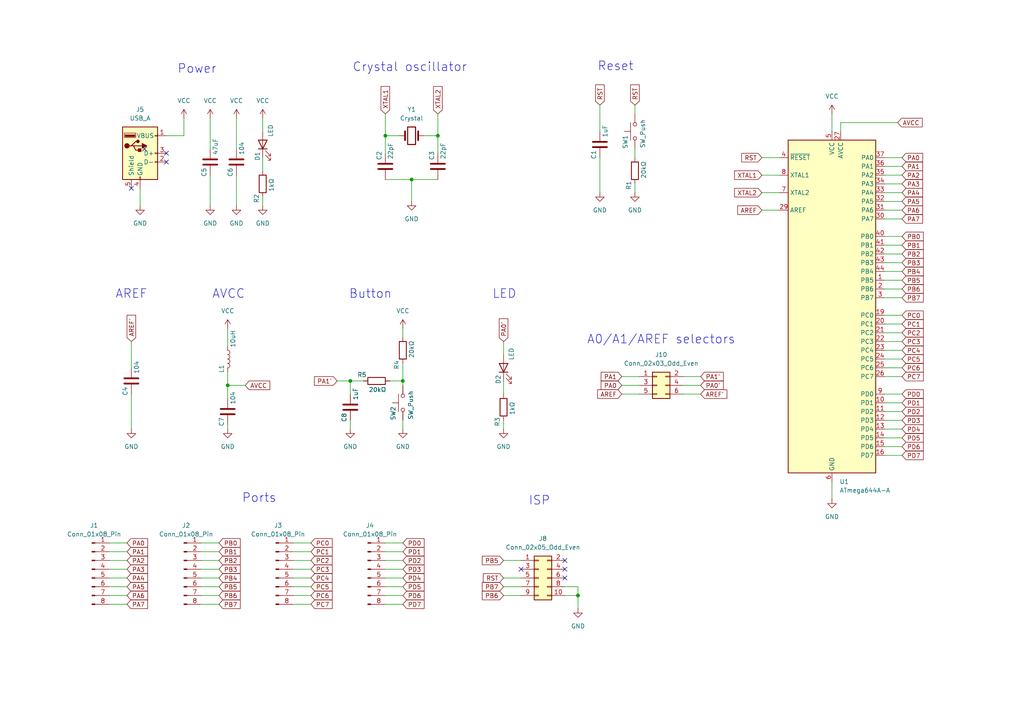
<source format=kicad_sch>
(kicad_sch (version 20231120) (generator "eeschema") (generator_version "8.0")
  (paper "A4")
  (lib_symbols
    (symbol "Connector:Conn_01x08_Pin" (pin_names (offset 1.016) hide)
      (property "Reference" "J" (at 0 10.16 0))
      (property "Value" "Conn_01x08_Pin" (at 0 -12.7 0))
      (symbol "Conn_01x08_Pin_1_1"
        (polyline (pts (xy 1.27 -10.16) (xy 0.8636 -10.16)) (stroke (width 0.1524)))
        (polyline (pts (xy 1.27 -7.62) (xy 0.8636 -7.62)) (stroke (width 0.1524)))
        (polyline (pts (xy 1.27 -5.08) (xy 0.8636 -5.08)) (stroke (width 0.1524)))
        (polyline (pts (xy 1.27 -2.54) (xy 0.8636 -2.54)) (stroke (width 0.1524)))
        (polyline (pts (xy 1.27 0) (xy 0.8636 0)) (stroke (width 0.1524)))
        (polyline (pts (xy 1.27 2.54) (xy 0.8636 2.54)) (stroke (width 0.1524)))
        (polyline (pts (xy 1.27 5.08) (xy 0.8636 5.08)) (stroke (width 0.1524)))
        (polyline (pts (xy 1.27 7.62) (xy 0.8636 7.62)) (stroke (width 0.1524)))
        (rectangle (start 0.8636 -10.033) (end 0 -10.287) (stroke (width 0.1524)) (fill (type outline)))
        (rectangle (start 0.8636 -7.493) (end 0 -7.747) (stroke (width 0.1524)) (fill (type outline)))
        (rectangle (start 0.8636 -4.953) (end 0 -5.207) (stroke (width 0.1524)) (fill (type outline)))
        (rectangle (start 0.8636 -2.413) (end 0 -2.667) (stroke (width 0.1524)) (fill (type outline)))
        (rectangle (start 0.8636 0.127) (end 0 -0.127) (stroke (width 0.1524)) (fill (type outline)))
        (rectangle (start 0.8636 2.667) (end 0 2.413) (stroke (width 0.1524)) (fill (type outline)))
        (rectangle (start 0.8636 5.207) (end 0 4.953) (stroke (width 0.1524)) (fill (type outline)))
        (rectangle (start 0.8636 7.747) (end 0 7.493) (stroke (width 0.1524)) (fill (type outline)))
        (pin passive line (at 5.08 7.62 180) (length 3.81) (name "Pin_1") (number "1"))
        (pin passive line (at 5.08 5.08 180) (length 3.81) (name "Pin_2") (number "2"))
        (pin passive line (at 5.08 2.54 180) (length 3.81) (name "Pin_3") (number "3"))
        (pin passive line (at 5.08 0 180) (length 3.81) (name "Pin_4") (number "4"))
        (pin passive line (at 5.08 -2.54 180) (length 3.81) (name "Pin_5") (number "5"))
        (pin passive line (at 5.08 -5.08 180) (length 3.81) (name "Pin_6") (number "6"))
        (pin passive line (at 5.08 -7.62 180) (length 3.81) (name "Pin_7") (number "7"))
        (pin passive line (at 5.08 -10.16 180) (length 3.81) (name "Pin_8") (number "8"))
      )
    )
    (symbol "Connector:USB_A" (pin_names (offset 1.016))
      (property "Reference" "J" (at -5.08 11.43 0))
      (property "Value" "USB_A" (at -5.08 8.89 0))
      (symbol "USB_A_0_1"
        (rectangle (start -5.08 -7.62) (end 5.08 7.62) (stroke (width 0.254)) (fill (type background)))
        (circle (center -3.81 2.159) (radius 0.635) (stroke (width 0.254)) (fill (type outline)))
        (rectangle (start -1.524 4.826) (end -4.318 5.334) (fill (type outline)))
        (rectangle (start -1.27 4.572) (end -4.572 5.842))
        (circle (center -0.635 3.429) (radius 0.381) (stroke (width 0.254)) (fill (type outline)))
        (rectangle (start -0.127 -7.62) (end 0.127 -6.858))
        (polyline (pts (xy -3.175 2.159) (xy -2.54 2.159) (xy -1.27 3.429) (xy -0.635 3.429)) (stroke (width 0.254)))
        (polyline (pts (xy -2.54 2.159) (xy -1.905 2.159) (xy -1.27 0.889) (xy 0 0.889)) (stroke (width 0.254)))
        (polyline (pts (xy 0.635 2.794) (xy 0.635 1.524) (xy 1.905 2.159) (xy 0.635 2.794)) (stroke (width 0.254)) (fill (type outline)))
        (rectangle (start 0.254 1.27) (end -0.508 0.508) (stroke (width 0.254)) (fill (type outline)))
        (rectangle (start 5.08 -2.667) (end 4.318 -2.413))
        (rectangle (start 5.08 -0.127) (end 4.318 0.127))
        (rectangle (start 5.08 4.953) (end 4.318 5.207))
      )
      (symbol "USB_A_1_1"
        (polyline (pts (xy -1.905 2.159) (xy 0.635 2.159)) (stroke (width 0.254)))
        (pin power_in line (at 7.62 5.08 180) (length 2.54) (name "VBUS") (number "1"))
        (pin bidirectional line (at 7.62 -2.54 180) (length 2.54) (name "D-") (number "2"))
        (pin bidirectional line (at 7.62 0 180) (length 2.54) (name "D+") (number "3"))
        (pin power_in line (at 0 -10.16 90) (length 2.54) (name "GND") (number "4"))
        (pin passive line (at -2.54 -10.16 90) (length 2.54) (name "Shield") (number "5"))
      )
    )
    (symbol "Connector_Generic:Conn_02x03_Odd_Even" (pin_names (offset 1.016) hide)
      (property "Reference" "J" (at 1.27 5.08 0))
      (property "Value" "Conn_02x03_Odd_Even" (at 1.27 -5.08 0))
      (symbol "Conn_02x03_Odd_Even_1_1"
        (rectangle (start -1.27 -2.413) (end 0 -2.667) (stroke (width 0.1524)))
        (rectangle (start -1.27 0.127) (end 0 -0.127) (stroke (width 0.1524)))
        (rectangle (start -1.27 2.667) (end 0 2.413) (stroke (width 0.1524)))
        (rectangle (start -1.27 3.81) (end 3.81 -3.81) (stroke (width 0.254)) (fill (type background)))
        (rectangle (start 3.81 -2.413) (end 2.54 -2.667) (stroke (width 0.1524)))
        (rectangle (start 3.81 0.127) (end 2.54 -0.127) (stroke (width 0.1524)))
        (rectangle (start 3.81 2.667) (end 2.54 2.413) (stroke (width 0.1524)))
        (pin passive line (at -5.08 2.54 0) (length 3.81) (name "Pin_1") (number "1"))
        (pin passive line (at 7.62 2.54 180) (length 3.81) (name "Pin_2") (number "2"))
        (pin passive line (at -5.08 0 0) (length 3.81) (name "Pin_3") (number "3"))
        (pin passive line (at 7.62 0 180) (length 3.81) (name "Pin_4") (number "4"))
        (pin passive line (at -5.08 -2.54 0) (length 3.81) (name "Pin_5") (number "5"))
        (pin passive line (at 7.62 -2.54 180) (length 3.81) (name "Pin_6") (number "6"))
      )
    )
    (symbol "Connector_Generic:Conn_02x05_Odd_Even" (pin_names (offset 1.016) hide)
      (property "Reference" "J" (at 1.27 7.62 0))
      (property "Value" "Conn_02x05_Odd_Even" (at 1.27 -7.62 0))
      (symbol "Conn_02x05_Odd_Even_1_1"
        (rectangle (start -1.27 -4.953) (end 0 -5.207) (stroke (width 0.1524)))
        (rectangle (start -1.27 -2.413) (end 0 -2.667) (stroke (width 0.1524)))
        (rectangle (start -1.27 0.127) (end 0 -0.127) (stroke (width 0.1524)))
        (rectangle (start -1.27 2.667) (end 0 2.413) (stroke (width 0.1524)))
        (rectangle (start -1.27 5.207) (end 0 4.953) (stroke (width 0.1524)))
        (rectangle (start -1.27 6.35) (end 3.81 -6.35) (stroke (width 0.254)) (fill (type background)))
        (rectangle (start 3.81 -4.953) (end 2.54 -5.207) (stroke (width 0.1524)))
        (rectangle (start 3.81 -2.413) (end 2.54 -2.667) (stroke (width 0.1524)))
        (rectangle (start 3.81 0.127) (end 2.54 -0.127) (stroke (width 0.1524)))
        (rectangle (start 3.81 2.667) (end 2.54 2.413) (stroke (width 0.1524)))
        (rectangle (start 3.81 5.207) (end 2.54 4.953) (stroke (width 0.1524)))
        (pin passive line (at -5.08 5.08 0) (length 3.81) (name "Pin_1") (number "1"))
        (pin passive line (at 7.62 -5.08 180) (length 3.81) (name "Pin_10") (number "10"))
        (pin passive line (at 7.62 5.08 180) (length 3.81) (name "Pin_2") (number "2"))
        (pin passive line (at -5.08 2.54 0) (length 3.81) (name "Pin_3") (number "3"))
        (pin passive line (at 7.62 2.54 180) (length 3.81) (name "Pin_4") (number "4"))
        (pin passive line (at -5.08 0 0) (length 3.81) (name "Pin_5") (number "5"))
        (pin passive line (at 7.62 0 180) (length 3.81) (name "Pin_6") (number "6"))
        (pin passive line (at -5.08 -2.54 0) (length 3.81) (name "Pin_7") (number "7"))
        (pin passive line (at 7.62 -2.54 180) (length 3.81) (name "Pin_8") (number "8"))
        (pin passive line (at -5.08 -5.08 0) (length 3.81) (name "Pin_9") (number "9"))
      )
    )
    (symbol "Device:C" (pin_numbers hide) (pin_names (offset 0.254))
      (property "Reference" "C" (at 0.635 2.54 0))
      (property "Value" "C" (at 0.635 -2.54 0))
      (symbol "C_0_1"
        (polyline (pts (xy -2.032 -0.762) (xy 2.032 -0.762)) (stroke (width 0.508)))
        (polyline (pts (xy -2.032 0.762) (xy 2.032 0.762)) (stroke (width 0.508)))
      )
      (symbol "C_1_1"
        (pin passive line (at 0 3.81 270) (length 2.794) (name "~") (number "1"))
        (pin passive line (at 0 -3.81 90) (length 2.794) (name "~") (number "2"))
      )
    )
    (symbol "Device:Crystal" (pin_numbers hide) (pin_names (offset 1.016) hide)
      (property "Reference" "Y" (at 0 3.81 0))
      (property "Value" "Crystal" (at 0 -3.81 0))
      (symbol "Crystal_0_1"
        (rectangle (start -1.143 2.54) (end 1.143 -2.54) (stroke (width 0.3048)))
        (polyline (pts (xy -2.54 0) (xy -1.905 0)))
        (polyline (pts (xy -1.905 -1.27) (xy -1.905 1.27)) (stroke (width 0.508)))
        (polyline (pts (xy 1.905 -1.27) (xy 1.905 1.27)) (stroke (width 0.508)))
        (polyline (pts (xy 2.54 0) (xy 1.905 0)))
      )
      (symbol "Crystal_1_1"
        (pin passive line (at -3.81 0 0) (length 1.27) (name "1") (number "1"))
        (pin passive line (at 3.81 0 180) (length 1.27) (name "2") (number "2"))
      )
    )
    (symbol "Device:L" (pin_numbers hide) (pin_names (offset 1.016) hide)
      (property "Reference" "L" (at -1.27 0 90))
      (property "Value" "L" (at 1.905 0 90))
      (symbol "L_0_1"
        (arc (start 0 -2.54) (mid 0.6323 -1.905) (end 0 -1.27))
        (arc (start 0 -1.27) (mid 0.6323 -0.635) (end 0 0))
        (arc (start 0 0) (mid 0.6323 0.635) (end 0 1.27))
        (arc (start 0 1.27) (mid 0.6323 1.905) (end 0 2.54))
      )
      (symbol "L_1_1"
        (pin passive line (at 0 3.81 270) (length 1.27) (name "1") (number "1"))
        (pin passive line (at 0 -3.81 90) (length 1.27) (name "2") (number "2"))
      )
    )
    (symbol "Device:LED" (pin_numbers hide) (pin_names (offset 1.016) hide)
      (property "Reference" "D" (at 0 2.54 0))
      (property "Value" "LED" (at 0 -2.54 0))
      (symbol "LED_0_1"
        (polyline (pts (xy -1.27 -1.27) (xy -1.27 1.27)) (stroke (width 0.254)))
        (polyline (pts (xy -1.27 0) (xy 1.27 0)))
        (polyline (pts (xy 1.27 -1.27) (xy 1.27 1.27) (xy -1.27 0) (xy 1.27 -1.27)) (stroke (width 0.254)))
        (polyline (pts (xy -3.048 -0.762) (xy -4.572 -2.286) (xy -3.81 -2.286) (xy -4.572 -2.286) (xy -4.572 -1.524)))
        (polyline (pts (xy -1.778 -0.762) (xy -3.302 -2.286) (xy -2.54 -2.286) (xy -3.302 -2.286) (xy -3.302 -1.524)))
      )
      (symbol "LED_1_1"
        (pin passive line (at -3.81 0 0) (length 2.54) (name "K") (number "1"))
        (pin passive line (at 3.81 0 180) (length 2.54) (name "A") (number "2"))
      )
    )
    (symbol "Device:R" (pin_numbers hide) (pin_names (offset 0))
      (property "Reference" "R" (at 2.032 0 90))
      (property "Value" "R" (at 0 0 90))
      (symbol "R_0_1"
        (rectangle (start -1.016 -2.54) (end 1.016 2.54) (stroke (width 0.254)))
      )
      (symbol "R_1_1"
        (pin passive line (at 0 3.81 270) (length 1.27) (name "~") (number "1"))
        (pin passive line (at 0 -3.81 90) (length 1.27) (name "~") (number "2"))
      )
    )
    (symbol "MCU_Microchip_ATmega:ATmega644A-A"
      (property "Reference" "U" (at -12.7 49.53 0))
      (property "Value" "ATmega644A-A" (at 2.54 -49.53 0))
      (symbol "ATmega644A-A_0_1"
        (rectangle (start -12.7 -48.26) (end 12.7 48.26) (stroke (width 0.254)) (fill (type background)))
      )
      (symbol "ATmega644A-A_1_1"
        (pin bidirectional line (at 15.24 7.62 180) (length 2.54) (name "PB5") (number "1"))
        (pin bidirectional line (at 15.24 -27.94 180) (length 2.54) (name "PD1") (number "10"))
        (pin bidirectional line (at 15.24 -30.48 180) (length 2.54) (name "PD2") (number "11"))
        (pin bidirectional line (at 15.24 -33.02 180) (length 2.54) (name "PD3") (number "12"))
        (pin bidirectional line (at 15.24 -35.56 180) (length 2.54) (name "PD4") (number "13"))
        (pin bidirectional line (at 15.24 -38.1 180) (length 2.54) (name "PD5") (number "14"))
        (pin bidirectional line (at 15.24 -40.64 180) (length 2.54) (name "PD6") (number "15"))
        (pin bidirectional line (at 15.24 -43.18 180) (length 2.54) (name "PD7") (number "16"))
        (pin passive line (at 0 50.8 270) (length 2.54) hide (name "VCC") (number "17"))
        (pin passive line (at 0 -50.8 90) (length 2.54) hide (name "GND") (number "18"))
        (pin bidirectional line (at 15.24 -2.54 180) (length 2.54) (name "PC0") (number "19"))
        (pin bidirectional line (at 15.24 5.08 180) (length 2.54) (name "PB6") (number "2"))
        (pin bidirectional line (at 15.24 -5.08 180) (length 2.54) (name "PC1") (number "20"))
        (pin bidirectional line (at 15.24 -7.62 180) (length 2.54) (name "PC2") (number "21"))
        (pin bidirectional line (at 15.24 -10.16 180) (length 2.54) (name "PC3") (number "22"))
        (pin bidirectional line (at 15.24 -12.7 180) (length 2.54) (name "PC4") (number "23"))
        (pin bidirectional line (at 15.24 -15.24 180) (length 2.54) (name "PC5") (number "24"))
        (pin bidirectional line (at 15.24 -17.78 180) (length 2.54) (name "PC6") (number "25"))
        (pin bidirectional line (at 15.24 -20.32 180) (length 2.54) (name "PC7") (number "26"))
        (pin power_in line (at 2.54 50.8 270) (length 2.54) (name "AVCC") (number "27"))
        (pin passive line (at 0 -50.8 90) (length 2.54) hide (name "GND") (number "28"))
        (pin passive line (at -15.24 27.94 0) (length 2.54) (name "AREF") (number "29"))
        (pin bidirectional line (at 15.24 2.54 180) (length 2.54) (name "PB7") (number "3"))
        (pin bidirectional line (at 15.24 25.4 180) (length 2.54) (name "PA7") (number "30"))
        (pin bidirectional line (at 15.24 27.94 180) (length 2.54) (name "PA6") (number "31"))
        (pin bidirectional line (at 15.24 30.48 180) (length 2.54) (name "PA5") (number "32"))
        (pin bidirectional line (at 15.24 33.02 180) (length 2.54) (name "PA4") (number "33"))
        (pin bidirectional line (at 15.24 35.56 180) (length 2.54) (name "PA3") (number "34"))
        (pin bidirectional line (at 15.24 38.1 180) (length 2.54) (name "PA2") (number "35"))
        (pin bidirectional line (at 15.24 40.64 180) (length 2.54) (name "PA1") (number "36"))
        (pin bidirectional line (at 15.24 43.18 180) (length 2.54) (name "PA0") (number "37"))
        (pin passive line (at 0 50.8 270) (length 2.54) hide (name "VCC") (number "38"))
        (pin passive line (at 0 -50.8 90) (length 2.54) hide (name "GND") (number "39"))
        (pin input line (at -15.24 43.18 0) (length 2.54) (name "~{RESET}") (number "4"))
        (pin bidirectional line (at 15.24 20.32 180) (length 2.54) (name "PB0") (number "40"))
        (pin bidirectional line (at 15.24 17.78 180) (length 2.54) (name "PB1") (number "41"))
        (pin bidirectional line (at 15.24 15.24 180) (length 2.54) (name "PB2") (number "42"))
        (pin bidirectional line (at 15.24 12.7 180) (length 2.54) (name "PB3") (number "43"))
        (pin bidirectional line (at 15.24 10.16 180) (length 2.54) (name "PB4") (number "44"))
        (pin power_in line (at 0 50.8 270) (length 2.54) (name "VCC") (number "5"))
        (pin power_in line (at 0 -50.8 90) (length 2.54) (name "GND") (number "6"))
        (pin output line (at -15.24 33.02 0) (length 2.54) (name "XTAL2") (number "7"))
        (pin input line (at -15.24 38.1 0) (length 2.54) (name "XTAL1") (number "8"))
        (pin bidirectional line (at 15.24 -25.4 180) (length 2.54) (name "PD0") (number "9"))
      )
    )
    (symbol "Switch:SW_Push" (pin_numbers hide) (pin_names (offset 1.016) hide)
      (property "Reference" "SW" (at 1.27 2.54 0))
      (property "Value" "SW_Push" (at 0 -1.524 0))
      (symbol "SW_Push_0_1"
        (circle (center -2.032 0) (radius 0.508))
        (polyline (pts (xy 0 1.27) (xy 0 3.048)))
        (polyline (pts (xy 2.54 1.27) (xy -2.54 1.27)))
        (circle (center 2.032 0) (radius 0.508))
        (pin passive line (at -5.08 0 0) (length 2.54) (name "1") (number "1"))
        (pin passive line (at 5.08 0 180) (length 2.54) (name "2") (number "2"))
      )
    )
    (symbol "power:GND" (power) (pin_numbers hide) (pin_names (offset 0) hide)
      (property "Value" "GND" (at 0 -3.81 0))
      (symbol "GND_0_1"
        (polyline (pts (xy 0 0) (xy 0 -1.27) (xy 1.27 -1.27) (xy 0 -2.54) (xy -1.27 -1.27) (xy 0 -1.27)))
      )
      (symbol "GND_1_1"
        (pin power_in line (at 0 0 270) (length 0) (name "~") (number "1"))
      )
    )
    (symbol "power:VCC" (power) (pin_numbers hide) (pin_names (offset 0) hide)
      (property "Value" "VCC" (at 0 3.556 0))
      (symbol "VCC_0_1"
        (polyline (pts (xy -0.762 1.27) (xy 0 2.54)))
        (polyline (pts (xy 0 0) (xy 0 2.54)))
        (polyline (pts (xy 0 2.54) (xy 0.762 1.27)))
      )
      (symbol "VCC_1_1"
        (pin power_in line (at 0 0 90) (length 0) (name "~") (number "1"))
      )
    )
  )
  (junction (at 127 39.37))
  (junction (at 66.04 111.76))
  (junction (at 167.64 172.72))
  (junction (at 116.84 110.49))
  (junction (at 101.6 110.49))
  (junction (at 111.76 39.37))
  (junction (at 119.38 52.07))
  (no_connect (at 163.83 162.56))
  (no_connect (at 163.83 167.64))
  (no_connect (at 41.91 43.18))
  (no_connect (at 38.1 54.61))
  (no_connect (at 48.26 44.45))
  (no_connect (at 163.83 165.1))
  (no_connect (at 151.13 165.1))
  (no_connect (at 48.26 46.99))
  (wire (pts (xy 256.54 60.96) (xy 261.62 60.96)))
  (wire (pts (xy 167.64 172.72) (xy 167.64 176.53)))
  (wire (pts (xy 85.09 175.26) (xy 90.17 175.26)))
  (wire (pts (xy 256.54 127) (xy 261.62 127)))
  (wire (pts (xy 31.75 170.18) (xy 36.83 170.18)))
  (wire (pts (xy 85.09 157.48) (xy 90.17 157.48)))
  (wire (pts (xy 119.38 52.07) (xy 127 52.07)))
  (wire (pts (xy 66.04 111.76) (xy 66.04 115.57)))
  (wire (pts (xy 256.54 101.6) (xy 261.62 101.6)))
  (wire (pts (xy 116.84 105.41) (xy 116.84 110.49)))
  (wire (pts (xy 256.54 91.44) (xy 261.62 91.44)))
  (wire (pts (xy 85.09 170.18) (xy 90.17 170.18)))
  (wire (pts (xy 256.54 96.52) (xy 261.62 96.52)))
  (wire (pts (xy 256.54 99.06) (xy 261.62 99.06)))
  (wire (pts (xy 111.76 167.64) (xy 116.84 167.64)))
  (wire (pts (xy 256.54 86.36) (xy 261.62 86.36)))
  (wire (pts (xy 66.04 95.25) (xy 66.04 100.33)))
  (wire (pts (xy 111.76 162.56) (xy 116.84 162.56)))
  (wire (pts (xy 256.54 83.82) (xy 261.62 83.82)))
  (wire (pts (xy 256.54 109.22) (xy 261.62 109.22)))
  (wire (pts (xy 256.54 48.26) (xy 261.62 48.26)))
  (wire (pts (xy 198.12 114.3) (xy 203.2 114.3)))
  (wire (pts (xy 111.76 175.26) (xy 116.84 175.26)))
  (wire (pts (xy 256.54 71.12) (xy 261.62 71.12)))
  (wire (pts (xy 256.54 124.46) (xy 261.62 124.46)))
  (wire (pts (xy 256.54 132.08) (xy 261.62 132.08)))
  (wire (pts (xy 173.99 45.72) (xy 173.99 55.88)))
  (wire (pts (xy 256.54 53.34) (xy 261.62 53.34)))
  (wire (pts (xy 31.75 157.48) (xy 36.83 157.48)))
  (wire (pts (xy 101.6 121.92) (xy 101.6 124.46)))
  (wire (pts (xy 180.34 114.3) (xy 185.42 114.3)))
  (wire (pts (xy 116.84 110.49) (xy 116.84 111.76)))
  (wire (pts (xy 256.54 119.38) (xy 261.62 119.38)))
  (wire (pts (xy 58.42 165.1) (xy 63.5 165.1)))
  (wire (pts (xy 111.76 52.07) (xy 119.38 52.07)))
  (wire (pts (xy 146.05 121.92) (xy 146.05 124.46)))
  (wire (pts (xy 243.84 38.1) (xy 243.84 35.56)))
  (wire (pts (xy 111.76 39.37) (xy 111.76 44.45)))
  (wire (pts (xy 76.2 45.72) (xy 76.2 49.53)))
  (wire (pts (xy 66.04 107.95) (xy 66.04 111.76)))
  (wire (pts (xy 119.38 52.07) (xy 119.38 58.42)))
  (wire (pts (xy 256.54 73.66) (xy 261.62 73.66)))
  (wire (pts (xy 111.76 157.48) (xy 116.84 157.48)))
  (wire (pts (xy 31.75 165.1) (xy 36.83 165.1)))
  (wire (pts (xy 167.64 170.18) (xy 167.64 172.72)))
  (wire (pts (xy 256.54 106.68) (xy 261.62 106.68)))
  (wire (pts (xy 60.96 50.8) (xy 60.96 59.69)))
  (wire (pts (xy 97.79 110.49) (xy 101.6 110.49)))
  (wire (pts (xy 111.76 160.02) (xy 116.84 160.02)))
  (wire (pts (xy 256.54 63.5) (xy 261.62 63.5)))
  (wire (pts (xy 256.54 81.28) (xy 261.62 81.28)))
  (wire (pts (xy 127 39.37) (xy 127 44.45)))
  (wire (pts (xy 123.19 39.37) (xy 127 39.37)))
  (wire (pts (xy 256.54 76.2) (xy 261.62 76.2)))
  (wire (pts (xy 76.2 34.29) (xy 76.2 38.1)))
  (wire (pts (xy 85.09 172.72) (xy 90.17 172.72)))
  (wire (pts (xy 256.54 50.8) (xy 261.62 50.8)))
  (wire (pts (xy 198.12 109.22) (xy 203.2 109.22)))
  (wire (pts (xy 31.75 175.26) (xy 36.83 175.26)))
  (wire (pts (xy 111.76 33.02) (xy 111.76 39.37)))
  (wire (pts (xy 66.04 123.19) (xy 66.04 124.46)))
  (wire (pts (xy 198.12 111.76) (xy 203.2 111.76)))
  (wire (pts (xy 58.42 170.18) (xy 63.5 170.18)))
  (wire (pts (xy 256.54 116.84) (xy 261.62 116.84)))
  (wire (pts (xy 146.05 110.49) (xy 146.05 114.3)))
  (wire (pts (xy 256.54 121.92) (xy 261.62 121.92)))
  (wire (pts (xy 85.09 165.1) (xy 90.17 165.1)))
  (wire (pts (xy 116.84 95.25) (xy 116.84 97.79)))
  (wire (pts (xy 111.76 170.18) (xy 116.84 170.18)))
  (wire (pts (xy 68.58 50.8) (xy 68.58 59.69)))
  (wire (pts (xy 85.09 162.56) (xy 90.17 162.56)))
  (wire (pts (xy 38.1 114.3) (xy 38.1 124.46)))
  (wire (pts (xy 31.75 167.64) (xy 36.83 167.64)))
  (wire (pts (xy 180.34 111.76) (xy 185.42 111.76)))
  (wire (pts (xy 66.04 111.76) (xy 71.12 111.76)))
  (wire (pts (xy 111.76 172.72) (xy 116.84 172.72)))
  (wire (pts (xy 68.58 34.29) (xy 68.58 43.18)))
  (wire (pts (xy 256.54 129.54) (xy 261.62 129.54)))
  (wire (pts (xy 111.76 39.37) (xy 115.57 39.37)))
  (wire (pts (xy 76.2 57.15) (xy 76.2 59.69)))
  (wire (pts (xy 163.83 172.72) (xy 167.64 172.72)))
  (wire (pts (xy 101.6 110.49) (xy 101.6 114.3)))
  (wire (pts (xy 184.15 43.18) (xy 184.15 45.72)))
  (wire (pts (xy 146.05 167.64) (xy 151.13 167.64)))
  (wire (pts (xy 58.42 162.56) (xy 63.5 162.56)))
  (wire (pts (xy 184.15 30.48) (xy 184.15 33.02)))
  (wire (pts (xy 146.05 170.18) (xy 151.13 170.18)))
  (wire (pts (xy 111.76 165.1) (xy 116.84 165.1)))
  (wire (pts (xy 256.54 78.74) (xy 261.62 78.74)))
  (wire (pts (xy 241.3 139.7) (xy 241.3 144.78)))
  (wire (pts (xy 220.98 45.72) (xy 226.06 45.72)))
  (wire (pts (xy 173.99 30.48) (xy 173.99 38.1)))
  (wire (pts (xy 31.75 172.72) (xy 36.83 172.72)))
  (wire (pts (xy 180.34 109.22) (xy 185.42 109.22)))
  (wire (pts (xy 184.15 53.34) (xy 184.15 55.88)))
  (wire (pts (xy 146.05 99.06) (xy 146.05 102.87)))
  (wire (pts (xy 31.75 160.02) (xy 36.83 160.02)))
  (wire (pts (xy 241.3 33.02) (xy 241.3 38.1)))
  (wire (pts (xy 256.54 58.42) (xy 261.62 58.42)))
  (wire (pts (xy 220.98 55.88) (xy 226.06 55.88)))
  (wire (pts (xy 113.03 110.49) (xy 116.84 110.49)))
  (wire (pts (xy 31.75 162.56) (xy 36.83 162.56)))
  (wire (pts (xy 60.96 34.29) (xy 60.96 43.18)))
  (wire (pts (xy 85.09 167.64) (xy 90.17 167.64)))
  (wire (pts (xy 116.84 121.92) (xy 116.84 124.46)))
  (wire (pts (xy 256.54 55.88) (xy 261.62 55.88)))
  (wire (pts (xy 256.54 104.14) (xy 261.62 104.14)))
  (wire (pts (xy 58.42 167.64) (xy 63.5 167.64)))
  (wire (pts (xy 146.05 162.56) (xy 151.13 162.56)))
  (wire (pts (xy 101.6 110.49) (xy 105.41 110.49)))
  (wire (pts (xy 220.98 50.8) (xy 226.06 50.8)))
  (wire (pts (xy 256.54 93.98) (xy 261.62 93.98)))
  (wire (pts (xy 256.54 114.3) (xy 261.62 114.3)))
  (wire (pts (xy 58.42 160.02) (xy 63.5 160.02)))
  (wire (pts (xy 38.1 99.06) (xy 38.1 106.68)))
  (wire (pts (xy 85.09 160.02) (xy 90.17 160.02)))
  (wire (pts (xy 53.34 34.29) (xy 53.34 39.37)))
  (wire (pts (xy 256.54 45.72) (xy 261.62 45.72)))
  (wire (pts (xy 243.84 35.56) (xy 260.35 35.56)))
  (wire (pts (xy 53.34 39.37) (xy 48.26 39.37)))
  (wire (pts (xy 58.42 157.48) (xy 63.5 157.48)))
  (wire (pts (xy 40.64 54.61) (xy 40.64 59.69)))
  (wire (pts (xy 146.05 172.72) (xy 151.13 172.72)))
  (wire (pts (xy 58.42 175.26) (xy 63.5 175.26)))
  (wire (pts (xy 163.83 170.18) (xy 167.64 170.18)))
  (wire (pts (xy 58.42 172.72) (xy 63.5 172.72)))
  (wire (pts (xy 127 33.02) (xy 127 39.37)))
  (wire (pts (xy 256.54 68.58) (xy 261.62 68.58)))
  (wire (pts (xy 220.98 60.96) (xy 226.06 60.96)))
  (text "AREF" (at 38.1 85.344 0) (effects (font (size 2.54 2.54))))
  (text "Crystal oscillator" (at 118.872 19.558 0) (effects (font (size 2.54 2.54))))
  (text "ISP" (at 156.464 145.288 0) (effects (font (size 2.54 2.54))))
  (text "Button" (at 107.442 85.344 0) (effects (font (size 2.54 2.54))))
  (text "Power" (at 57.15 20.066 0) (effects (font (size 2.54 2.54))))
  (text "LED" (at 146.304 85.344 0) (effects (font (size 2.54 2.54))))
  (text "A0/A1/AREF selectors" (at 191.77 98.552 0) (effects (font (size 2.54 2.54))))
  (text "AVCC" (at 66.294 85.344 0) (effects (font (size 2.54 2.54))))
  (text "Reset" (at 178.562 19.304 0) (effects (font (size 2.54 2.54))))
  (text "Ports" (at 75.184 144.526 0) (effects (font (size 2.54 2.54))))
  (global_label "PD2" (shape input) (at 116.84 162.56 0) (property "Intersheetrefs" "${INTERSHEET_REFS}" (effects (hide yes))))
  (global_label "PB5" (shape input) (at 146.05 162.56 180) (property "Intersheetrefs" "${INTERSHEET_REFS}" (effects (hide yes))))
  (global_label "PD4" (shape input) (at 261.62 124.46 0) (property "Intersheetrefs" "${INTERSHEET_REFS}" (effects (hide yes))))
  (global_label "PA3" (shape input) (at 36.83 165.1 0) (property "Intersheetrefs" "${INTERSHEET_REFS}" (effects (hide yes))))
  (global_label "AREF" (shape input) (at 180.34 114.3 180) (property "Intersheetrefs" "${INTERSHEET_REFS}" (effects (hide yes))))
  (global_label "PD1" (shape input) (at 261.62 116.84 0) (property "Intersheetrefs" "${INTERSHEET_REFS}" (effects (hide yes))))
  (global_label "PC3" (shape input) (at 90.17 165.1 0) (property "Intersheetrefs" "${INTERSHEET_REFS}" (effects (hide yes))))
  (global_label "PB2" (shape input) (at 63.5 162.56 0) (property "Intersheetrefs" "${INTERSHEET_REFS}" (effects (hide yes))))
  (global_label "PD0" (shape input) (at 261.62 114.3 0) (property "Intersheetrefs" "${INTERSHEET_REFS}" (effects (hide yes))))
  (global_label "PA4" (shape input) (at 36.83 167.64 0) (property "Intersheetrefs" "${INTERSHEET_REFS}" (effects (hide yes))))
  (global_label "PB7" (shape input) (at 63.5 175.26 0) (property "Intersheetrefs" "${INTERSHEET_REFS}" (effects (hide yes))))
  (global_label "PC7" (shape input) (at 90.17 175.26 0) (property "Intersheetrefs" "${INTERSHEET_REFS}" (effects (hide yes))))
  (global_label "PC6" (shape input) (at 90.17 172.72 0) (property "Intersheetrefs" "${INTERSHEET_REFS}" (effects (hide yes))))
  (global_label "PB3" (shape input) (at 261.62 76.2 0) (property "Intersheetrefs" "${INTERSHEET_REFS}" (effects (hide yes))))
  (global_label "AREF" (shape input) (at 220.98 60.96 180) (property "Intersheetrefs" "${INTERSHEET_REFS}" (effects (hide yes))))
  (global_label "PB6" (shape input) (at 146.05 172.72 180) (property "Intersheetrefs" "${INTERSHEET_REFS}" (effects (hide yes))))
  (global_label "PD0" (shape input) (at 116.84 157.48 0) (property "Intersheetrefs" "${INTERSHEET_REFS}" (effects (hide yes))))
  (global_label "PD1" (shape input) (at 116.84 160.02 0) (property "Intersheetrefs" "${INTERSHEET_REFS}" (effects (hide yes))))
  (global_label "PB2" (shape input) (at 261.62 73.66 0) (property "Intersheetrefs" "${INTERSHEET_REFS}" (effects (hide yes))))
  (global_label "PA6" (shape input) (at 36.83 172.72 0) (property "Intersheetrefs" "${INTERSHEET_REFS}" (effects (hide yes))))
  (global_label "PC2" (shape input) (at 261.62 96.52 0) (property "Intersheetrefs" "${INTERSHEET_REFS}" (effects (hide yes))))
  (global_label "PA5" (shape input) (at 36.83 170.18 0) (property "Intersheetrefs" "${INTERSHEET_REFS}" (effects (hide yes))))
  (global_label "RST" (shape input) (at 146.05 167.64 180) (property "Intersheetrefs" "${INTERSHEET_REFS}" (effects (hide yes))))
  (global_label "PD3" (shape input) (at 116.84 165.1 0) (property "Intersheetrefs" "${INTERSHEET_REFS}" (effects (hide yes))))
  (global_label "RST" (shape input) (at 220.98 45.72 180) (property "Intersheetrefs" "${INTERSHEET_REFS}" (effects (hide yes))))
  (global_label "PD7" (shape input) (at 261.62 132.08 0) (property "Intersheetrefs" "${INTERSHEET_REFS}" (effects (hide yes))))
  (global_label "PB6" (shape input) (at 261.62 83.82 0) (property "Intersheetrefs" "${INTERSHEET_REFS}" (effects (hide yes))))
  (global_label "PA7" (shape input) (at 36.83 175.26 0) (property "Intersheetrefs" "${INTERSHEET_REFS}" (effects (hide yes))))
  (global_label "PB5" (shape input) (at 63.5 170.18 0) (property "Intersheetrefs" "${INTERSHEET_REFS}" (effects (hide yes))))
  (global_label "XTAL2" (shape input) (at 220.98 55.88 180) (property "Intersheetrefs" "${INTERSHEET_REFS}" (effects (hide yes))))
  (global_label "PC1" (shape input) (at 261.62 93.98 0) (property "Intersheetrefs" "${INTERSHEET_REFS}" (effects (hide yes))))
  (global_label "PC4" (shape input) (at 261.62 101.6 0) (property "Intersheetrefs" "${INTERSHEET_REFS}" (effects (hide yes))))
  (global_label "PB6" (shape input) (at 63.5 172.72 0) (property "Intersheetrefs" "${INTERSHEET_REFS}" (effects (hide yes))))
  (global_label "PC2" (shape input) (at 90.17 162.56 0) (property "Intersheetrefs" "${INTERSHEET_REFS}" (effects (hide yes))))
  (global_label "PB1" (shape input) (at 63.5 160.02 0) (property "Intersheetrefs" "${INTERSHEET_REFS}" (effects (hide yes))))
  (global_label "PD5" (shape input) (at 116.84 170.18 0) (property "Intersheetrefs" "${INTERSHEET_REFS}" (effects (hide yes))))
  (global_label "PC0" (shape input) (at 90.17 157.48 0) (property "Intersheetrefs" "${INTERSHEET_REFS}" (effects (hide yes))))
  (global_label "PB5" (shape input) (at 261.62 81.28 0) (property "Intersheetrefs" "${INTERSHEET_REFS}" (effects (hide yes))))
  (global_label "PD6" (shape input) (at 261.62 129.54 0) (property "Intersheetrefs" "${INTERSHEET_REFS}" (effects (hide yes))))
  (global_label "PA1" (shape input) (at 261.62 48.26 0) (property "Intersheetrefs" "${INTERSHEET_REFS}" (effects (hide yes))))
  (global_label "PC1" (shape input) (at 90.17 160.02 0) (property "Intersheetrefs" "${INTERSHEET_REFS}" (effects (hide yes))))
  (global_label "PA4" (shape input) (at 261.62 55.88 0) (property "Intersheetrefs" "${INTERSHEET_REFS}" (effects (hide yes))))
  (global_label "PA0" (shape input) (at 261.62 45.72 0) (property "Intersheetrefs" "${INTERSHEET_REFS}" (effects (hide yes))))
  (global_label "PA6" (shape input) (at 261.62 60.96 0) (property "Intersheetrefs" "${INTERSHEET_REFS}" (effects (hide yes))))
  (global_label "PA1'" (shape input) (at 203.2 109.22 0) (property "Intersheetrefs" "${INTERSHEET_REFS}" (effects (hide yes))))
  (global_label "RST" (shape input) (at 184.15 30.48 90) (property "Intersheetrefs" "${INTERSHEET_REFS}" (effects (hide yes))))
  (global_label "PA0" (shape input) (at 36.83 157.48 0) (property "Intersheetrefs" "${INTERSHEET_REFS}" (effects (hide yes))))
  (global_label "PB7" (shape input) (at 146.05 170.18 180) (property "Intersheetrefs" "${INTERSHEET_REFS}" (effects (hide yes))))
  (global_label "PC6" (shape input) (at 261.62 106.68 0) (property "Intersheetrefs" "${INTERSHEET_REFS}" (effects (hide yes))))
  (global_label "PD5" (shape input) (at 261.62 127 0) (property "Intersheetrefs" "${INTERSHEET_REFS}" (effects (hide yes))))
  (global_label "PB1" (shape input) (at 261.62 71.12 0) (property "Intersheetrefs" "${INTERSHEET_REFS}" (effects (hide yes))))
  (global_label "PD2" (shape input) (at 261.62 119.38 0) (property "Intersheetrefs" "${INTERSHEET_REFS}" (effects (hide yes))))
  (global_label "AREF'" (shape input) (at 203.2 114.3 0) (property "Intersheetrefs" "${INTERSHEET_REFS}" (effects (hide yes))))
  (global_label "AVCC" (shape input) (at 71.12 111.76 0) (property "Intersheetrefs" "${INTERSHEET_REFS}" (effects (hide yes))))
  (global_label "PC0" (shape input) (at 261.62 91.44 0) (property "Intersheetrefs" "${INTERSHEET_REFS}" (effects (hide yes))))
  (global_label "PA3" (shape input) (at 261.62 53.34 0) (property "Intersheetrefs" "${INTERSHEET_REFS}" (effects (hide yes))))
  (global_label "PB0" (shape input) (at 261.62 68.58 0) (property "Intersheetrefs" "${INTERSHEET_REFS}" (effects (hide yes))))
  (global_label "PD3" (shape input) (at 261.62 121.92 0) (property "Intersheetrefs" "${INTERSHEET_REFS}" (effects (hide yes))))
  (global_label "PA0'" (shape input) (at 203.2 111.76 0) (property "Intersheetrefs" "${INTERSHEET_REFS}" (effects (hide yes))))
  (global_label "PC5" (shape input) (at 90.17 170.18 0) (property "Intersheetrefs" "${INTERSHEET_REFS}" (effects (hide yes))))
  (global_label "AREF'" (shape input) (at 38.1 99.06 90) (property "Intersheetrefs" "${INTERSHEET_REFS}" (effects (hide yes))))
  (global_label "PA2" (shape input) (at 261.62 50.8 0) (property "Intersheetrefs" "${INTERSHEET_REFS}" (effects (hide yes))))
  (global_label "PB4" (shape input) (at 261.62 78.74 0) (property "Intersheetrefs" "${INTERSHEET_REFS}" (effects (hide yes))))
  (global_label "PC3" (shape input) (at 261.62 99.06 0) (property "Intersheetrefs" "${INTERSHEET_REFS}" (effects (hide yes))))
  (global_label "PB0" (shape input) (at 63.5 157.48 0) (property "Intersheetrefs" "${INTERSHEET_REFS}" (effects (hide yes))))
  (global_label "PC7" (shape input) (at 261.62 109.22 0) (property "Intersheetrefs" "${INTERSHEET_REFS}" (effects (hide yes))))
  (global_label "PA1" (shape input) (at 180.34 109.22 180) (property "Intersheetrefs" "${INTERSHEET_REFS}" (effects (hide yes))))
  (global_label "PA1" (shape input) (at 36.83 160.02 0) (property "Intersheetrefs" "${INTERSHEET_REFS}" (effects (hide yes))))
  (global_label "PA0" (shape input) (at 180.34 111.76 180) (property "Intersheetrefs" "${INTERSHEET_REFS}" (effects (hide yes))))
  (global_label "PC5" (shape input) (at 261.62 104.14 0) (property "Intersheetrefs" "${INTERSHEET_REFS}" (effects (hide yes))))
  (global_label "PB7" (shape input) (at 261.62 86.36 0) (property "Intersheetrefs" "${INTERSHEET_REFS}" (effects (hide yes))))
  (global_label "RST" (shape input) (at 173.99 30.48 90) (property "Intersheetrefs" "${INTERSHEET_REFS}" (effects (hide yes))))
  (global_label "PA1'" (shape input) (at 97.79 110.49 180) (property "Intersheetrefs" "${INTERSHEET_REFS}" (effects (hide yes))))
  (global_label "PD4" (shape input) (at 116.84 167.64 0) (property "Intersheetrefs" "${INTERSHEET_REFS}" (effects (hide yes))))
  (global_label "XTAL1" (shape input) (at 220.98 50.8 180) (property "Intersheetrefs" "${INTERSHEET_REFS}" (effects (hide yes))))
  (global_label "PC4" (shape input) (at 90.17 167.64 0) (property "Intersheetrefs" "${INTERSHEET_REFS}" (effects (hide yes))))
  (global_label "XTAL1" (shape input) (at 111.76 33.02 90) (property "Intersheetrefs" "${INTERSHEET_REFS}" (effects (hide yes))))
  (global_label "PA5" (shape input) (at 261.62 58.42 0) (property "Intersheetrefs" "${INTERSHEET_REFS}" (effects (hide yes))))
  (global_label "XTAL2" (shape input) (at 127 33.02 90) (property "Intersheetrefs" "${INTERSHEET_REFS}" (effects (hide yes))))
  (global_label "AVCC" (shape input) (at 260.35 35.56 0) (property "Intersheetrefs" "${INTERSHEET_REFS}" (effects (hide yes))))
  (global_label "PB4" (shape input) (at 63.5 167.64 0) (property "Intersheetrefs" "${INTERSHEET_REFS}" (effects (hide yes))))
  (global_label "PD6" (shape input) (at 116.84 172.72 0) (property "Intersheetrefs" "${INTERSHEET_REFS}" (effects (hide yes))))
  (global_label "PA0'" (shape input) (at 146.05 99.06 90) (property "Intersheetrefs" "${INTERSHEET_REFS}" (effects (hide yes))))
  (global_label "PB3" (shape input) (at 63.5 165.1 0) (property "Intersheetrefs" "${INTERSHEET_REFS}" (effects (hide yes))))
  (global_label "PA7" (shape input) (at 261.62 63.5 0) (property "Intersheetrefs" "${INTERSHEET_REFS}" (effects (hide yes))))
  (global_label "PA2" (shape input) (at 36.83 162.56 0) (property "Intersheetrefs" "${INTERSHEET_REFS}" (effects (hide yes))))
  (global_label "PD7" (shape input) (at 116.84 175.26 0) (property "Intersheetrefs" "${INTERSHEET_REFS}" (effects (hide yes))))
  (symbol (lib_id "Device:R") (at 116.84 101.6 0) (unit 1)
    (property "Reference" "R4" (at 115.062 107.188 90) (effects (justify left)))
    (property "Value" "20kΩ" (at 119.38 103.886 90) (effects (justify left)))
    (property "Footprint" "Resistor_SMD:R_0805_2012Metric_Pad1.20x1.40mm_HandSolder" (effects (hide yes)))
    (property "Description" "Resistor" (effects (hide yes)))
  )
  (symbol (lib_id "Device:C") (at 127 48.26 0) (unit 1)
    (property "Reference" "C3" (at 125.222 46.482 90) (effects (justify left)))
    (property "Value" "22pF" (at 128.524 46.228 90) (effects (justify left)))
    (property "Footprint" "Capacitor_SMD:C_0805_2012Metric_Pad1.18x1.45mm_HandSolder" (effects (hide yes)))
    (property "Description" "Unpolarized capacitor" (effects (hide yes)))
  )
  (symbol (lib_id "Device:L") (at 66.04 104.14 0) (unit 1)
    (property "Reference" "L1" (at 64.262 108.204 90) (effects (justify left)))
    (property "Value" "10uH" (at 67.564 100.838 90) (effects (justify left)))
    (property "Footprint" "Inductor_SMD:L_0805_2012Metric_Pad1.15x1.40mm_HandSolder" (effects (hide yes)))
    (property "Description" "Inductor" (effects (hide yes)))
  )
  (symbol (lib_id "Device:LED") (at 146.05 106.68 90) (unit 1)
    (property "Reference" "D2" (at 144.526 108.712 0) (effects (justify right)))
    (property "Value" "LED" (at 148.336 100.838 0) (effects (justify right)))
    (property "Footprint" "LED_SMD:LED_0805_2012Metric_Pad1.15x1.40mm_HandSolder" (effects (hide yes)))
    (property "Description" "Light emitting diode" (effects (hide yes)))
  )
  (symbol (lib_id "power:GND") (at 184.15 55.88 0) (unit 1)
    (property "Reference" "#PWR06" (effects (hide yes)))
    (property "Value" "GND" (at 184.15 60.96 0))
    (property "Description" "Power symbol creates a global label with name \"GND\" , ground" (effects (hide yes)))
  )
  (symbol (lib_id "power:VCC") (at 116.84 95.25 0) (unit 1)
    (property "Reference" "#PWR020" (effects (hide yes)))
    (property "Value" "VCC" (at 116.84 90.17 0))
    (property "Description" "Power symbol creates a global label with name \"VCC\"" (effects (hide yes)))
  )
  (symbol (lib_id "Switch:SW_Push") (at 184.15 38.1 90) (unit 1)
    (property "Reference" "SW1" (at 181.356 39.116 0) (effects (justify right)))
    (property "Value" "SW_Push" (at 186.436 34.544 0) (effects (justify right)))
    (property "Footprint" "Button_Switch_THT:SW_PUSH_6mm_H4.3mm" (effects (hide yes)))
    (property "Description" "Push button switch, generic, two pins" (effects (hide yes)))
  )
  (symbol (lib_id "Device:C") (at 68.58 46.99 0) (unit 1)
    (property "Reference" "C6" (at 66.802 51.308 90) (effects (justify left)))
    (property "Value" "104" (at 70.104 44.958 90) (effects (justify left)))
    (property "Footprint" "Capacitor_SMD:C_0805_2012Metric_Pad1.18x1.45mm_HandSolder" (effects (hide yes)))
    (property "Description" "Unpolarized capacitor" (effects (hide yes)))
  )
  (symbol (lib_id "Device:C") (at 111.76 48.26 0) (unit 1)
    (property "Reference" "C2" (at 109.982 46.482 90) (effects (justify left)))
    (property "Value" "22pF" (at 113.284 46.228 90) (effects (justify left)))
    (property "Footprint" "Capacitor_SMD:C_0805_2012Metric_Pad1.18x1.45mm_HandSolder" (effects (hide yes)))
    (property "Description" "Unpolarized capacitor" (effects (hide yes)))
  )
  (symbol (lib_id "Connector:USB_A") (at 40.64 44.45 0) (unit 1)
    (property "Reference" "J5" (at 40.64 31.75 0))
    (property "Value" "USB_A" (at 40.64 34.29 0))
    (property "Footprint" "Connector_USB:USB_A_CONNFLY_DS1095-WNR0" (effects (hide yes)))
    (property "Description" "USB Type A connector" (effects (hide yes)))
  )
  (symbol (lib_id "power:GND") (at 167.64 176.53 0) (unit 1)
    (property "Reference" "#PWR021" (effects (hide yes)))
    (property "Value" "GND" (at 167.64 181.61 0))
    (property "Description" "Power symbol creates a global label with name \"GND\" , ground" (effects (hide yes)))
  )
  (symbol (lib_id "Connector:Conn_01x08_Pin") (at 26.67 165.1 0) (unit 1)
    (property "Reference" "J1" (at 27.305 152.4 0))
    (property "Value" "Conn_01x08_Pin" (at 27.305 154.94 0))
    (property "Footprint" "Connector_PinHeader_2.54mm:PinHeader_1x08_P2.54mm_Vertical" (effects (hide yes)))
    (property "Description" "Generic connector, single row, 01x08, script generated" (effects (hide yes)))
  )
  (symbol (lib_id "Connector_Generic:Conn_02x03_Odd_Even") (at 190.5 111.76 0) (unit 1)
    (property "Reference" "J10" (at 191.77 102.87 0))
    (property "Value" "Conn_02x03_Odd_Even" (at 191.77 105.41 0))
    (property "Footprint" "Connector_PinHeader_2.54mm:PinHeader_2x03_P2.54mm_Vertical" (effects (hide yes)))
    (property "Description" "Generic connector, double row, 02x03, odd/even pin numbering scheme (row 1 odd numbers, row 2 even numbers), script generated (kicad-library-utils/schlib/autogen/connector/)" (effects (hide yes)))
  )
  (symbol (lib_id "Device:R") (at 76.2 53.34 0) (unit 1)
    (property "Reference" "R2" (at 74.422 58.928 90) (effects (justify left)))
    (property "Value" "1kΩ" (at 78.74 55.626 90) (effects (justify left)))
    (property "Footprint" "Resistor_SMD:R_0805_2012Metric_Pad1.20x1.40mm_HandSolder" (effects (hide yes)))
    (property "Description" "Resistor" (effects (hide yes)))
  )
  (symbol (lib_id "power:GND") (at 60.96 59.69 0) (unit 1)
    (property "Reference" "#PWR09" (effects (hide yes)))
    (property "Value" "GND" (at 60.96 64.77 0))
    (property "Description" "Power symbol creates a global label with name \"GND\" , ground" (effects (hide yes)))
  )
  (symbol (lib_id "Device:C") (at 66.04 119.38 0) (unit 1)
    (property "Reference" "C7" (at 64.262 123.698 90) (effects (justify left)))
    (property "Value" "104" (at 67.564 117.348 90) (effects (justify left)))
    (property "Footprint" "Capacitor_SMD:C_0805_2012Metric_Pad1.18x1.45mm_HandSolder" (effects (hide yes)))
    (property "Description" "Unpolarized capacitor" (effects (hide yes)))
  )
  (symbol (lib_id "power:GND") (at 116.84 124.46 0) (unit 1)
    (property "Reference" "#PWR019" (effects (hide yes)))
    (property "Value" "GND" (at 116.84 129.54 0))
    (property "Description" "Power symbol creates a global label with name \"GND\" , ground" (effects (hide yes)))
  )
  (symbol (lib_id "Device:R") (at 146.05 118.11 0) (unit 1)
    (property "Reference" "R3" (at 144.272 123.698 90) (effects (justify left)))
    (property "Value" "1kΩ" (at 148.59 120.396 90) (effects (justify left)))
    (property "Footprint" "Resistor_SMD:R_0805_2012Metric_Pad1.20x1.40mm_HandSolder" (effects (hide yes)))
    (property "Description" "Resistor" (effects (hide yes)))
  )
  (symbol (lib_id "power:GND") (at 119.38 58.42 0) (unit 1)
    (property "Reference" "#PWR07" (effects (hide yes)))
    (property "Value" "GND" (at 119.38 63.5 0))
    (property "Description" "Power symbol creates a global label with name \"GND\" , ground" (effects (hide yes)))
  )
  (symbol (lib_id "Device:LED") (at 76.2 41.91 90) (unit 1)
    (property "Reference" "D1" (at 74.676 43.942 0) (effects (justify right)))
    (property "Value" "LED" (at 78.486 36.068 0) (effects (justify right)))
    (property "Footprint" "LED_SMD:LED_0805_2012Metric_Pad1.15x1.40mm_HandSolder" (effects (hide yes)))
    (property "Description" "Light emitting diode" (effects (hide yes)))
  )
  (symbol (lib_id "power:VCC") (at 60.96 34.29 0) (unit 1)
    (property "Reference" "#PWR010" (effects (hide yes)))
    (property "Value" "VCC" (at 60.96 29.21 0))
    (property "Description" "Power symbol creates a global label with name \"VCC\"" (effects (hide yes)))
  )
  (symbol (lib_id "Device:C") (at 101.6 118.11 0) (unit 1)
    (property "Reference" "C8" (at 99.822 122.428 90) (effects (justify left)))
    (property "Value" "1uF" (at 103.124 116.078 90) (effects (justify left)))
    (property "Footprint" "Capacitor_SMD:C_0805_2012Metric_Pad1.18x1.45mm_HandSolder" (effects (hide yes)))
    (property "Description" "Unpolarized capacitor" (effects (hide yes)))
  )
  (symbol (lib_id "power:GND") (at 146.05 124.46 0) (unit 1)
    (property "Reference" "#PWR018" (effects (hide yes)))
    (property "Value" "GND" (at 146.05 129.54 0))
    (property "Description" "Power symbol creates a global label with name \"GND\" , ground" (effects (hide yes)))
  )
  (symbol (lib_id "Connector:Conn_01x08_Pin") (at 53.34 165.1 0) (unit 1)
    (property "Reference" "J2" (at 53.975 152.4 0))
    (property "Value" "Conn_01x08_Pin" (at 53.975 154.94 0))
    (property "Footprint" "Connector_PinHeader_2.54mm:PinHeader_1x08_P2.54mm_Vertical" (effects (hide yes)))
    (property "Description" "Generic connector, single row, 01x08, script generated" (effects (hide yes)))
  )
  (symbol (lib_id "Device:C") (at 60.96 46.99 0) (unit 1)
    (property "Reference" "C5" (at 59.182 51.308 90) (effects (justify left)))
    (property "Value" "47uF" (at 62.484 44.958 90) (effects (justify left)))
    (property "Footprint" "Capacitor_SMD:C_0805_2012Metric_Pad1.18x1.45mm_HandSolder" (effects (hide yes)))
    (property "Description" "Unpolarized capacitor" (effects (hide yes)))
  )
  (symbol (lib_id "power:VCC") (at 68.58 34.29 0) (unit 1)
    (property "Reference" "#PWR011" (effects (hide yes)))
    (property "Value" "VCC" (at 68.58 29.21 0))
    (property "Description" "Power symbol creates a global label with name \"VCC\"" (effects (hide yes)))
  )
  (symbol (lib_id "Switch:SW_Push") (at 116.84 116.84 90) (unit 1)
    (property "Reference" "SW2" (at 114.046 117.856 0) (effects (justify right)))
    (property "Value" "SW_Push" (at 119.126 113.284 0) (effects (justify right)))
    (property "Footprint" "Button_Switch_THT:SW_PUSH_6mm" (effects (hide yes)))
    (property "Description" "Push button switch, generic, two pins" (effects (hide yes)))
  )
  (symbol (lib_id "Connector:Conn_01x08_Pin") (at 80.01 165.1 0) (unit 1)
    (property "Reference" "J3" (at 80.645 152.4 0))
    (property "Value" "Conn_01x08_Pin" (at 80.645 154.94 0))
    (property "Footprint" "Connector_PinHeader_2.54mm:PinHeader_1x08_P2.54mm_Vertical" (effects (hide yes)))
    (property "Description" "Generic connector, single row, 01x08, script generated" (effects (hide yes)))
  )
  (symbol (lib_id "power:GND") (at 66.04 124.46 0) (unit 1)
    (property "Reference" "#PWR015" (effects (hide yes)))
    (property "Value" "GND" (at 66.04 129.54 0))
    (property "Description" "Power symbol creates a global label with name \"GND\" , ground" (effects (hide yes)))
  )
  (symbol (lib_id "power:GND") (at 38.1 124.46 0) (unit 1)
    (property "Reference" "#PWR08" (effects (hide yes)))
    (property "Value" "GND" (at 38.1 129.54 0))
    (property "Description" "Power symbol creates a global label with name \"GND\" , ground" (effects (hide yes)))
  )
  (symbol (lib_id "Device:R") (at 109.22 110.49 270) (unit 1)
    (property "Reference" "R5" (at 103.632 108.712 90) (effects (justify left)))
    (property "Value" "20kΩ" (at 106.934 113.03 90) (effects (justify left)))
    (property "Footprint" "Resistor_SMD:R_0805_2012Metric_Pad1.20x1.40mm_HandSolder" (effects (hide yes)))
    (property "Description" "Resistor" (effects (hide yes)))
  )
  (symbol (lib_id "power:GND") (at 173.99 55.88 0) (unit 1)
    (property "Reference" "#PWR05" (effects (hide yes)))
    (property "Value" "GND" (at 173.99 60.96 0))
    (property "Description" "Power symbol creates a global label with name \"GND\" , ground" (effects (hide yes)))
  )
  (symbol (lib_id "Device:Crystal") (at 119.38 39.37 0) (unit 1)
    (property "Reference" "Y1" (at 119.38 31.75 0))
    (property "Value" "Crystal" (at 119.38 34.29 0))
    (property "Footprint" "Crystal:Crystal_HC49-4H_Vertical" (effects (hide yes)))
    (property "Description" "Two pin crystal" (effects (hide yes)))
  )
  (symbol (lib_id "power:GND") (at 101.6 124.46 0) (unit 1)
    (property "Reference" "#PWR017" (effects (hide yes)))
    (property "Value" "GND" (at 101.6 129.54 0))
    (property "Description" "Power symbol creates a global label with name \"GND\" , ground" (effects (hide yes)))
  )
  (symbol (lib_id "power:VCC") (at 66.04 95.25 0) (unit 1)
    (property "Reference" "#PWR016" (effects (hide yes)))
    (property "Value" "VCC" (at 66.04 90.17 0))
    (property "Description" "Power symbol creates a global label with name \"VCC\"" (effects (hide yes)))
  )
  (symbol (lib_id "power:VCC") (at 76.2 34.29 0) (unit 1)
    (property "Reference" "#PWR013" (effects (hide yes)))
    (property "Value" "VCC" (at 76.2 29.21 0))
    (property "Description" "Power symbol creates a global label with name \"VCC\"" (effects (hide yes)))
  )
  (symbol (lib_id "Connector:Conn_01x08_Pin") (at 106.68 165.1 0) (unit 1)
    (property "Reference" "J4" (at 107.315 152.4 0))
    (property "Value" "Conn_01x08_Pin" (at 107.315 154.94 0))
    (property "Footprint" "Connector_PinHeader_2.54mm:PinHeader_1x08_P2.54mm_Vertical" (effects (hide yes)))
    (property "Description" "Generic connector, single row, 01x08, script generated" (effects (hide yes)))
  )
  (symbol (lib_id "power:GND") (at 40.64 59.69 0) (unit 1)
    (property "Reference" "#PWR01" (effects (hide yes)))
    (property "Value" "GND" (at 40.64 64.77 0))
    (property "Description" "Power symbol creates a global label with name \"GND\" , ground" (effects (hide yes)))
  )
  (symbol (lib_id "power:GND") (at 76.2 59.69 0) (unit 1)
    (property "Reference" "#PWR014" (effects (hide yes)))
    (property "Value" "GND" (at 76.2 64.77 0))
    (property "Description" "Power symbol creates a global label with name \"GND\" , ground" (effects (hide yes)))
  )
  (symbol (lib_id "power:GND") (at 68.58 59.69 0) (unit 1)
    (property "Reference" "#PWR012" (effects (hide yes)))
    (property "Value" "GND" (at 68.58 64.77 0))
    (property "Description" "Power symbol creates a global label with name \"GND\" , ground" (effects (hide yes)))
  )
  (symbol (lib_id "Connector_Generic:Conn_02x05_Odd_Even") (at 156.21 167.64 0) (unit 1)
    (property "Reference" "J8" (at 157.48 156.21 0))
    (property "Value" "Conn_02x05_Odd_Even" (at 157.48 158.75 0))
    (property "Footprint" "Connector_PinHeader_2.54mm:PinHeader_2x05_P2.54mm_Vertical" (effects (hide yes)))
    (property "Description" "Generic connector, double row, 02x05, odd/even pin numbering scheme (row 1 odd numbers, row 2 even numbers), script generated (kicad-library-utils/schlib/autogen/connector/)" (effects (hide yes)))
  )
  (symbol (lib_id "MCU_Microchip_ATmega:ATmega644A-A") (at 241.3 88.9 0) (unit 1)
    (property "Reference" "U1" (at 243.4941 139.7 0) (effects (justify left)))
    (property "Value" "ATmega644A-A" (at 243.4941 142.24 0) (effects (justify left)))
    (property "Footprint" "Package_QFP:TQFP-44_10x10mm_P0.8mm" (effects (hide yes)))
    (property "Datasheet" "http://ww1.microchip.com/downloads/en/DeviceDoc/Atmel-8272-8-bit-AVR-microcontroller-ATmega164A_PA-324A_PA-644A_PA-1284_P_datasheet.pdf" (effects (hide yes)))
    (property "Description" "20MHz, 64kB Flash, 4kB SRAM, 2kB EEPROM, JTAG, TQFP-44" (effects (hide yes)))
  )
  (symbol (lib_id "Device:C") (at 38.1 110.49 0) (unit 1)
    (property "Reference" "C4" (at 36.322 114.808 90) (effects (justify left)))
    (property "Value" "104" (at 39.624 108.458 90) (effects (justify left)))
    (property "Footprint" "Capacitor_SMD:C_0805_2012Metric_Pad1.18x1.45mm_HandSolder" (effects (hide yes)))
    (property "Description" "Unpolarized capacitor" (effects (hide yes)))
  )
  (symbol (lib_id "Device:R") (at 184.15 49.53 0) (unit 1)
    (property "Reference" "R1" (at 182.372 55.118 90) (effects (justify left)))
    (property "Value" "20kΩ" (at 186.69 51.816 90) (effects (justify left)))
    (property "Footprint" "Resistor_SMD:R_0805_2012Metric_Pad1.20x1.40mm_HandSolder" (effects (hide yes)))
    (property "Description" "Resistor" (effects (hide yes)))
  )
  (symbol (lib_id "Device:C") (at 173.99 41.91 0) (unit 1)
    (property "Reference" "C1" (at 172.212 46.228 90) (effects (justify left)))
    (property "Value" "1uF" (at 175.514 39.878 90) (effects (justify left)))
    (property "Footprint" "Capacitor_SMD:C_0805_2012Metric_Pad1.18x1.45mm_HandSolder" (effects (hide yes)))
    (property "Description" "Unpolarized capacitor" (effects (hide yes)))
  )
  (symbol (lib_id "power:GND") (at 241.3 144.78 0) (unit 1)
    (property "Reference" "#PWR02" (effects (hide yes)))
    (property "Value" "GND" (at 241.3 149.86 0))
    (property "Description" "Power symbol creates a global label with name \"GND\" , ground" (effects (hide yes)))
  )
  (symbol (lib_id "power:VCC") (at 53.34 34.29 0) (unit 1)
    (property "Reference" "#PWR03" (effects (hide yes)))
    (property "Value" "VCC" (at 53.34 29.21 0))
    (property "Description" "Power symbol creates a global label with name \"VCC\"" (effects (hide yes)))
  )
  (symbol (lib_id "power:VCC") (at 241.3 33.02 0) (unit 1)
    (property "Reference" "#PWR04" (effects (hide yes)))
    (property "Value" "VCC" (at 241.3 27.94 0))
    (property "Description" "Power symbol creates a global label with name \"VCC\"" (effects (hide yes)))
  )
)
</source>
